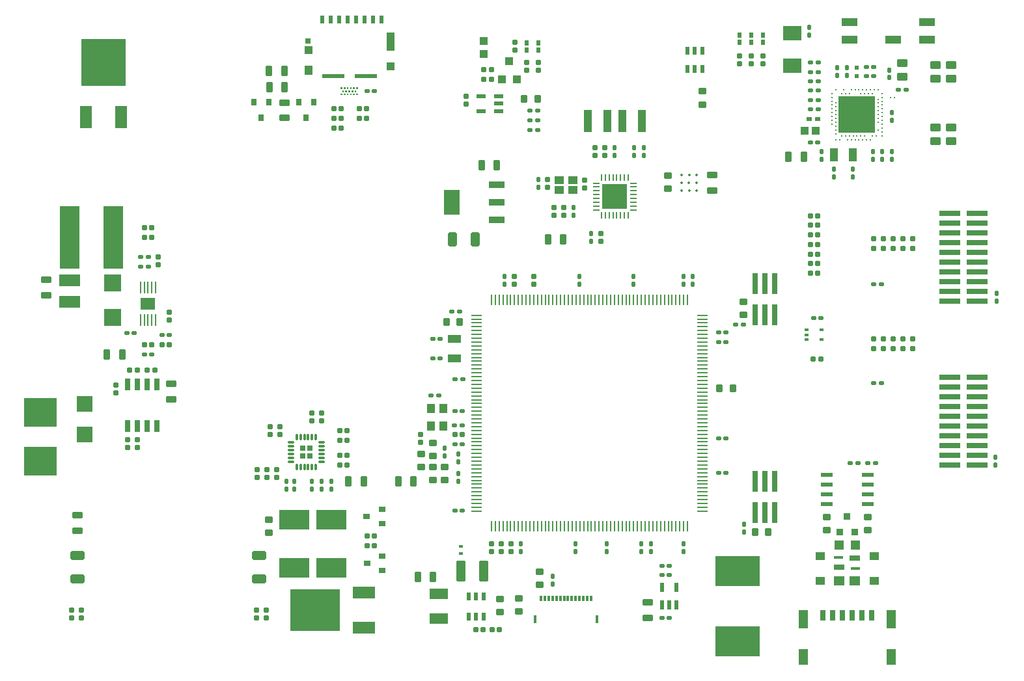
<source format=gtp>
G04*
G04 #@! TF.GenerationSoftware,Altium Limited,Altium Designer,19.1.8 (144)*
G04*
G04 Layer_Color=8421504*
%FSLAX25Y25*%
%MOIN*%
G70*
G01*
G75*
%ADD33R,0.02953X0.02953*%
%ADD34R,0.02953X0.02953*%
%ADD35R,0.04724X0.02362*%
%ADD36R,0.02362X0.04724*%
%ADD37C,0.01378*%
%ADD38R,0.03937X0.03937*%
%ADD39R,0.01100X0.05800*%
%ADD40R,0.05800X0.01100*%
%ADD41R,0.02900X0.11000*%
%ADD42R,0.03347X0.03347*%
%ADD43R,0.05020X0.05020*%
%ADD44R,0.05315X0.02756*%
%ADD45R,0.04724X0.01575*%
%ADD46R,0.05020X0.05118*%
%ADD47R,0.05256X0.04528*%
%ADD48R,0.05256X0.04921*%
%ADD49R,0.02362X0.01575*%
G04:AMPARAMS|DCode=50|XSize=11.81mil|YSize=33.47mil|CornerRadius=2.95mil|HoleSize=0mil|Usage=FLASHONLY|Rotation=90.000|XOffset=0mil|YOffset=0mil|HoleType=Round|Shape=RoundedRectangle|*
%AMROUNDEDRECTD50*
21,1,0.01181,0.02756,0,0,90.0*
21,1,0.00591,0.03347,0,0,90.0*
1,1,0.00591,0.01378,0.00295*
1,1,0.00591,0.01378,-0.00295*
1,1,0.00591,-0.01378,-0.00295*
1,1,0.00591,-0.01378,0.00295*
%
%ADD50ROUNDEDRECTD50*%
G04:AMPARAMS|DCode=51|XSize=11.81mil|YSize=33.47mil|CornerRadius=2.95mil|HoleSize=0mil|Usage=FLASHONLY|Rotation=180.000|XOffset=0mil|YOffset=0mil|HoleType=Round|Shape=RoundedRectangle|*
%AMROUNDEDRECTD51*
21,1,0.01181,0.02756,0,0,180.0*
21,1,0.00591,0.03347,0,0,180.0*
1,1,0.00591,-0.00295,0.01378*
1,1,0.00591,0.00295,0.01378*
1,1,0.00591,0.00295,-0.01378*
1,1,0.00591,-0.00295,-0.01378*
%
%ADD51ROUNDEDRECTD51*%
G04:AMPARAMS|DCode=52|XSize=19.68mil|YSize=23.62mil|CornerRadius=1.97mil|HoleSize=0mil|Usage=FLASHONLY|Rotation=270.000|XOffset=0mil|YOffset=0mil|HoleType=Round|Shape=RoundedRectangle|*
%AMROUNDEDRECTD52*
21,1,0.01968,0.01968,0,0,270.0*
21,1,0.01575,0.02362,0,0,270.0*
1,1,0.00394,-0.00984,-0.00787*
1,1,0.00394,-0.00984,0.00787*
1,1,0.00394,0.00984,0.00787*
1,1,0.00394,0.00984,-0.00787*
%
%ADD52ROUNDEDRECTD52*%
%ADD53R,0.01024X0.03386*%
%ADD54R,0.04409X0.11339*%
G04:AMPARAMS|DCode=55|XSize=51.18mil|YSize=31.5mil|CornerRadius=3.94mil|HoleSize=0mil|Usage=FLASHONLY|Rotation=90.000|XOffset=0mil|YOffset=0mil|HoleType=Round|Shape=RoundedRectangle|*
%AMROUNDEDRECTD55*
21,1,0.05118,0.02362,0,0,90.0*
21,1,0.04331,0.03150,0,0,90.0*
1,1,0.00787,0.01181,0.02165*
1,1,0.00787,0.01181,-0.02165*
1,1,0.00787,-0.01181,-0.02165*
1,1,0.00787,-0.01181,0.02165*
%
%ADD55ROUNDEDRECTD55*%
%ADD56C,0.00866*%
G04:AMPARAMS|DCode=57|XSize=70.87mil|YSize=45.28mil|CornerRadius=5.66mil|HoleSize=0mil|Usage=FLASHONLY|Rotation=180.000|XOffset=0mil|YOffset=0mil|HoleType=Round|Shape=RoundedRectangle|*
%AMROUNDEDRECTD57*
21,1,0.07087,0.03396,0,0,180.0*
21,1,0.05955,0.04528,0,0,180.0*
1,1,0.01132,-0.02977,0.01698*
1,1,0.01132,0.02977,0.01698*
1,1,0.01132,0.02977,-0.01698*
1,1,0.01132,-0.02977,-0.01698*
%
%ADD57ROUNDEDRECTD57*%
%ADD58R,0.16693X0.15000*%
%ADD59R,0.11457X0.02165*%
%ADD60R,0.01968X0.03937*%
%ADD61R,0.03071X0.02835*%
%ADD62R,0.04134X0.04724*%
%ADD63R,0.04134X0.04331*%
%ADD64R,0.04134X0.04134*%
%ADD65R,0.04134X0.09409*%
%ADD66R,0.07874X0.07874*%
%ADD67C,0.01181*%
%ADD68R,0.19095X0.19095*%
%ADD69R,0.03937X0.04331*%
G04:AMPARAMS|DCode=70|XSize=19.68mil|YSize=23.62mil|CornerRadius=1.97mil|HoleSize=0mil|Usage=FLASHONLY|Rotation=0.000|XOffset=0mil|YOffset=0mil|HoleType=Round|Shape=RoundedRectangle|*
%AMROUNDEDRECTD70*
21,1,0.01968,0.01968,0,0,0.0*
21,1,0.01575,0.02362,0,0,0.0*
1,1,0.00394,0.00787,-0.00984*
1,1,0.00394,-0.00787,-0.00984*
1,1,0.00394,-0.00787,0.00984*
1,1,0.00394,0.00787,0.00984*
%
%ADD70ROUNDEDRECTD70*%
%ADD71R,0.02362X0.04331*%
%ADD72R,0.22835X0.24410*%
%ADD73R,0.06299X0.11811*%
%ADD74R,0.03150X0.05512*%
%ADD75R,0.04724X0.08346*%
%ADD76R,0.04724X0.09449*%
%ADD77R,0.10236X0.32284*%
%ADD78R,0.11811X0.06299*%
%ADD79R,0.25591X0.21654*%
%ADD80R,0.03543X0.03150*%
%ADD81R,0.02362X0.01654*%
%ADD82R,0.09449X0.05512*%
%ADD83R,0.02362X0.04331*%
%ADD84R,0.03386X0.01024*%
%ADD85R,0.12992X0.12992*%
%ADD86R,0.08465X0.03740*%
%ADD87R,0.08465X0.12795*%
%ADD88R,0.07087X0.03937*%
%ADD89R,0.03937X0.07087*%
%ADD90R,0.04724X0.03937*%
%ADD91R,0.02165X0.02165*%
%ADD92R,0.15748X0.09843*%
%ADD93R,0.09449X0.07480*%
G04:AMPARAMS|DCode=94|XSize=51.18mil|YSize=31.5mil|CornerRadius=3.94mil|HoleSize=0mil|Usage=FLASHONLY|Rotation=180.000|XOffset=0mil|YOffset=0mil|HoleType=Round|Shape=RoundedRectangle|*
%AMROUNDEDRECTD94*
21,1,0.05118,0.02362,0,0,180.0*
21,1,0.04331,0.03150,0,0,180.0*
1,1,0.00787,-0.02165,0.01181*
1,1,0.00787,0.02165,0.01181*
1,1,0.00787,0.02165,-0.01181*
1,1,0.00787,-0.02165,-0.01181*
%
%ADD94ROUNDEDRECTD94*%
G04:AMPARAMS|DCode=95|XSize=55.12mil|YSize=39.37mil|CornerRadius=4.92mil|HoleSize=0mil|Usage=FLASHONLY|Rotation=180.000|XOffset=0mil|YOffset=0mil|HoleType=Round|Shape=RoundedRectangle|*
%AMROUNDEDRECTD95*
21,1,0.05512,0.02953,0,0,180.0*
21,1,0.04528,0.03937,0,0,180.0*
1,1,0.00984,-0.02264,0.01476*
1,1,0.00984,0.02264,0.01476*
1,1,0.00984,0.02264,-0.01476*
1,1,0.00984,-0.02264,-0.01476*
%
%ADD95ROUNDEDRECTD95*%
%ADD96R,0.04134X0.03937*%
%ADD97R,0.02953X0.02362*%
%ADD98R,0.10906X0.02559*%
%ADD99R,0.11000X0.02900*%
%ADD100R,0.22992X0.15512*%
%ADD101R,0.04331X0.05118*%
%ADD102R,0.03150X0.03543*%
G04:AMPARAMS|DCode=103|XSize=39.37mil|YSize=35.43mil|CornerRadius=4.43mil|HoleSize=0mil|Usage=FLASHONLY|Rotation=90.000|XOffset=0mil|YOffset=0mil|HoleType=Round|Shape=RoundedRectangle|*
%AMROUNDEDRECTD103*
21,1,0.03937,0.02657,0,0,90.0*
21,1,0.03051,0.03543,0,0,90.0*
1,1,0.00886,0.01329,0.01526*
1,1,0.00886,0.01329,-0.01526*
1,1,0.00886,-0.01329,-0.01526*
1,1,0.00886,-0.01329,0.01526*
%
%ADD103ROUNDEDRECTD103*%
G04:AMPARAMS|DCode=104|XSize=39.37mil|YSize=35.43mil|CornerRadius=4.43mil|HoleSize=0mil|Usage=FLASHONLY|Rotation=0.000|XOffset=0mil|YOffset=0mil|HoleType=Round|Shape=RoundedRectangle|*
%AMROUNDEDRECTD104*
21,1,0.03937,0.02657,0,0,0.0*
21,1,0.03051,0.03543,0,0,0.0*
1,1,0.00886,0.01526,-0.01329*
1,1,0.00886,-0.01526,-0.01329*
1,1,0.00886,-0.01526,0.01329*
1,1,0.00886,0.01526,0.01329*
%
%ADD104ROUNDEDRECTD104*%
%ADD105R,0.01968X0.02756*%
%ADD106R,0.00800X0.00800*%
G04:AMPARAMS|DCode=107|XSize=23.62mil|YSize=23.62mil|CornerRadius=2.36mil|HoleSize=0mil|Usage=FLASHONLY|Rotation=0.000|XOffset=0mil|YOffset=0mil|HoleType=Round|Shape=RoundedRectangle|*
%AMROUNDEDRECTD107*
21,1,0.02362,0.01890,0,0,0.0*
21,1,0.01890,0.02362,0,0,0.0*
1,1,0.00472,0.00945,-0.00945*
1,1,0.00472,-0.00945,-0.00945*
1,1,0.00472,-0.00945,0.00945*
1,1,0.00472,0.00945,0.00945*
%
%ADD107ROUNDEDRECTD107*%
%ADD108R,0.04921X0.03858*%
%ADD109R,0.09055X0.09055*%
%ADD110R,0.07874X0.03937*%
G04:AMPARAMS|DCode=111|XSize=70.87mil|YSize=45.28mil|CornerRadius=5.66mil|HoleSize=0mil|Usage=FLASHONLY|Rotation=270.000|XOffset=0mil|YOffset=0mil|HoleType=Round|Shape=RoundedRectangle|*
%AMROUNDEDRECTD111*
21,1,0.07087,0.03396,0,0,270.0*
21,1,0.05955,0.04528,0,0,270.0*
1,1,0.01132,-0.01698,-0.02977*
1,1,0.01132,-0.01698,0.02977*
1,1,0.01132,0.01698,0.02977*
1,1,0.01132,0.01698,-0.02977*
%
%ADD111ROUNDEDRECTD111*%
G04:AMPARAMS|DCode=112|XSize=23.62mil|YSize=23.62mil|CornerRadius=2.36mil|HoleSize=0mil|Usage=FLASHONLY|Rotation=90.000|XOffset=0mil|YOffset=0mil|HoleType=Round|Shape=RoundedRectangle|*
%AMROUNDEDRECTD112*
21,1,0.02362,0.01890,0,0,90.0*
21,1,0.01890,0.02362,0,0,90.0*
1,1,0.00472,0.00945,0.00945*
1,1,0.00472,0.00945,-0.00945*
1,1,0.00472,-0.00945,-0.00945*
1,1,0.00472,-0.00945,0.00945*
%
%ADD112ROUNDEDRECTD112*%
%ADD113C,0.03100*%
%ADD114R,0.01181X0.02756*%
%ADD115R,0.01181X0.03937*%
%ADD116R,0.06102X0.02362*%
G04:AMPARAMS|DCode=117|XSize=106.3mil|YSize=45.28mil|CornerRadius=5.66mil|HoleSize=0mil|Usage=FLASHONLY|Rotation=270.000|XOffset=0mil|YOffset=0mil|HoleType=Round|Shape=RoundedRectangle|*
%AMROUNDEDRECTD117*
21,1,0.10630,0.03396,0,0,270.0*
21,1,0.09498,0.04528,0,0,270.0*
1,1,0.01132,-0.01698,-0.04749*
1,1,0.01132,-0.01698,0.04749*
1,1,0.01132,0.01698,0.04749*
1,1,0.01132,0.01698,-0.04749*
%
%ADD117ROUNDEDRECTD117*%
%ADD118R,0.10630X0.06299*%
%ADD119R,0.07402X0.06181*%
%ADD120R,0.00984X0.06102*%
%ADD121R,0.02756X0.06102*%
G36*
X179370Y296142D02*
X178511D01*
Y297012D01*
X179370D01*
Y296142D01*
D02*
G37*
G36*
X177795D02*
X176932D01*
Y297011D01*
X177795D01*
Y296142D01*
D02*
G37*
G36*
X176221D02*
X175355D01*
Y297011D01*
X176221D01*
Y296142D01*
D02*
G37*
G36*
X174646D02*
X173777D01*
Y297011D01*
X174646D01*
Y296142D01*
D02*
G37*
G36*
X173071D02*
X172204D01*
Y297008D01*
X173071D01*
Y296142D01*
D02*
G37*
G36*
X171496D02*
X170629D01*
Y297008D01*
X171496D01*
Y296142D01*
D02*
G37*
G36*
X178583Y294567D02*
X177720D01*
Y295434D01*
X178583D01*
Y294567D01*
D02*
G37*
G36*
X177008D02*
X176143D01*
Y295434D01*
X177008D01*
Y294567D01*
D02*
G37*
G36*
X175433D02*
X174567D01*
Y295433D01*
X175433D01*
Y294567D01*
D02*
G37*
G36*
X173858D02*
X172992D01*
Y295433D01*
X173858D01*
Y294567D01*
D02*
G37*
G36*
X172283D02*
X171412D01*
Y295434D01*
X172283D01*
Y294567D01*
D02*
G37*
G36*
X179370Y292992D02*
X178509D01*
Y293857D01*
X179370D01*
Y292992D01*
D02*
G37*
G36*
X177795D02*
X176933D01*
Y293856D01*
X177795D01*
Y292992D01*
D02*
G37*
G36*
X176221D02*
X175355D01*
Y293857D01*
X176221D01*
Y292992D01*
D02*
G37*
G36*
X174646D02*
X173779D01*
Y293857D01*
X174646D01*
Y292992D01*
D02*
G37*
G36*
X173071D02*
X172201D01*
Y293857D01*
X173071D01*
Y292992D01*
D02*
G37*
G36*
X171496D02*
X170627D01*
Y293858D01*
X171496D01*
Y292992D01*
D02*
G37*
G36*
X316245Y241631D02*
X311630D01*
Y246236D01*
X316245D01*
Y241631D01*
D02*
G37*
G36*
X310369Y241631D02*
X305764D01*
Y246236D01*
X310369D01*
Y241631D01*
D02*
G37*
G36*
X310370Y235761D02*
X305764D01*
Y240370D01*
X310370D01*
Y235761D01*
D02*
G37*
G36*
X316244Y235756D02*
X311630D01*
Y240370D01*
X316244D01*
Y235756D01*
D02*
G37*
D33*
X154968Y108032D02*
D03*
X151032Y111968D02*
D03*
D34*
X154968Y111968D02*
D03*
X151032Y108032D02*
D03*
D35*
X251528Y284864D02*
D03*
X242472Y292344D02*
D03*
Y284864D02*
D03*
X251528Y292344D02*
D03*
Y288604D02*
D03*
D36*
X338804Y31672D02*
D03*
X342544D02*
D03*
X335064Y40728D02*
D03*
X342544D02*
D03*
X335064Y31672D02*
D03*
D37*
X345067Y244063D02*
D03*
X349004D02*
D03*
X352941D02*
D03*
X345067Y248000D02*
D03*
X349000D02*
D03*
X352941D02*
D03*
X345067Y251937D02*
D03*
X349004D02*
D03*
X352941D02*
D03*
D38*
X257000Y310456D02*
D03*
X253260Y301007D02*
D03*
X260740D02*
D03*
D39*
X247803Y187950D02*
D03*
X249772D02*
D03*
X251740D02*
D03*
X253709D02*
D03*
X255677D02*
D03*
X257646D02*
D03*
X259614D02*
D03*
X261583D02*
D03*
X263551D02*
D03*
X265520D02*
D03*
X267488D02*
D03*
X269457D02*
D03*
X271425D02*
D03*
X273394D02*
D03*
X275362D02*
D03*
X277331D02*
D03*
X279299D02*
D03*
X281268D02*
D03*
X283236D02*
D03*
X285205D02*
D03*
X287173D02*
D03*
X289142D02*
D03*
X291110D02*
D03*
X293079D02*
D03*
X295047D02*
D03*
X297016D02*
D03*
X298984D02*
D03*
X300953D02*
D03*
X302921D02*
D03*
X304890D02*
D03*
X306858D02*
D03*
X308827D02*
D03*
X310795D02*
D03*
X312764D02*
D03*
X314732D02*
D03*
X316701D02*
D03*
X318669D02*
D03*
X320638D02*
D03*
X322606D02*
D03*
X324575D02*
D03*
X326543D02*
D03*
X328512D02*
D03*
X330480D02*
D03*
X332449D02*
D03*
X334417D02*
D03*
X336386D02*
D03*
X338354D02*
D03*
X340323D02*
D03*
X342291D02*
D03*
X344260D02*
D03*
X346228D02*
D03*
X348197D02*
D03*
Y72050D02*
D03*
X346228D02*
D03*
X344260D02*
D03*
X342291D02*
D03*
X340323D02*
D03*
X338354D02*
D03*
X336386D02*
D03*
X334417D02*
D03*
X332449D02*
D03*
X330480D02*
D03*
X328512D02*
D03*
X326543D02*
D03*
X324575D02*
D03*
X322606D02*
D03*
X320638D02*
D03*
X318669D02*
D03*
X316701D02*
D03*
X314732D02*
D03*
X312764D02*
D03*
X310795D02*
D03*
X308827D02*
D03*
X306858D02*
D03*
X304890D02*
D03*
X302921D02*
D03*
X300953D02*
D03*
X298984D02*
D03*
X297016D02*
D03*
X295047D02*
D03*
X293079D02*
D03*
X291110D02*
D03*
X289142D02*
D03*
X287173D02*
D03*
X285205D02*
D03*
X283236D02*
D03*
X281268D02*
D03*
X279299D02*
D03*
X277331D02*
D03*
X275362D02*
D03*
X273394D02*
D03*
X271425D02*
D03*
X269457D02*
D03*
X267488D02*
D03*
X265520D02*
D03*
X263551D02*
D03*
X261583D02*
D03*
X259614D02*
D03*
X257646D02*
D03*
X255677D02*
D03*
X253709D02*
D03*
X251740D02*
D03*
X249772D02*
D03*
X247803D02*
D03*
D40*
X355950Y180197D02*
D03*
Y178228D02*
D03*
Y176260D02*
D03*
Y174291D02*
D03*
Y172323D02*
D03*
Y170354D02*
D03*
Y168386D02*
D03*
Y166417D02*
D03*
Y164449D02*
D03*
Y162480D02*
D03*
Y160512D02*
D03*
Y158543D02*
D03*
Y156575D02*
D03*
Y154606D02*
D03*
Y152638D02*
D03*
Y150669D02*
D03*
Y148701D02*
D03*
Y146732D02*
D03*
Y144764D02*
D03*
Y142795D02*
D03*
Y140827D02*
D03*
Y138858D02*
D03*
Y136890D02*
D03*
Y134921D02*
D03*
Y132953D02*
D03*
Y130984D02*
D03*
Y129016D02*
D03*
Y127047D02*
D03*
Y125079D02*
D03*
Y123110D02*
D03*
Y121142D02*
D03*
Y119173D02*
D03*
Y117205D02*
D03*
Y115236D02*
D03*
Y113268D02*
D03*
Y111299D02*
D03*
Y109331D02*
D03*
Y107362D02*
D03*
Y105394D02*
D03*
Y103425D02*
D03*
Y101457D02*
D03*
Y99488D02*
D03*
Y97520D02*
D03*
Y95551D02*
D03*
Y93583D02*
D03*
Y91614D02*
D03*
Y89646D02*
D03*
Y87677D02*
D03*
Y85709D02*
D03*
Y83740D02*
D03*
Y81772D02*
D03*
Y79803D02*
D03*
X240050D02*
D03*
Y81772D02*
D03*
Y83740D02*
D03*
Y85709D02*
D03*
Y87677D02*
D03*
Y89646D02*
D03*
Y91614D02*
D03*
Y93583D02*
D03*
Y95551D02*
D03*
Y97520D02*
D03*
Y99488D02*
D03*
Y101457D02*
D03*
Y103425D02*
D03*
Y105394D02*
D03*
Y107362D02*
D03*
Y109331D02*
D03*
Y111299D02*
D03*
Y113268D02*
D03*
Y115236D02*
D03*
Y117205D02*
D03*
Y119173D02*
D03*
Y121142D02*
D03*
Y123110D02*
D03*
Y125079D02*
D03*
Y127047D02*
D03*
Y129016D02*
D03*
Y130984D02*
D03*
Y132953D02*
D03*
Y134921D02*
D03*
Y136890D02*
D03*
Y138858D02*
D03*
Y140827D02*
D03*
Y142795D02*
D03*
Y144764D02*
D03*
Y146732D02*
D03*
Y148701D02*
D03*
Y150669D02*
D03*
Y152638D02*
D03*
Y154606D02*
D03*
Y156575D02*
D03*
Y158543D02*
D03*
Y160512D02*
D03*
Y162480D02*
D03*
Y164449D02*
D03*
Y166417D02*
D03*
Y168386D02*
D03*
Y170354D02*
D03*
Y172323D02*
D03*
Y174291D02*
D03*
Y176260D02*
D03*
Y178228D02*
D03*
Y180197D02*
D03*
D41*
X383000Y79100D02*
D03*
Y95100D02*
D03*
X388000Y79100D02*
D03*
Y95100D02*
D03*
X393000Y79100D02*
D03*
Y95100D02*
D03*
Y196500D02*
D03*
Y180500D02*
D03*
X388000Y196500D02*
D03*
Y180500D02*
D03*
X383000Y196500D02*
D03*
Y180500D02*
D03*
D42*
X426260Y69063D02*
D03*
X433740D02*
D03*
X430000Y76937D02*
D03*
D43*
X434114Y62448D02*
D03*
D44*
X433966Y55706D02*
D03*
X425895Y50982D02*
D03*
D45*
X434261Y50293D02*
D03*
X425600Y56100D02*
D03*
D46*
X425748Y62399D02*
D03*
D47*
X433996Y43994D02*
D03*
D48*
X425866Y44191D02*
D03*
D49*
X232200Y61572D02*
D03*
Y58028D02*
D03*
D50*
X145323Y112953D02*
D03*
Y110984D02*
D03*
Y105079D02*
D03*
Y107047D02*
D03*
Y109016D02*
D03*
Y114921D02*
D03*
X160677D02*
D03*
Y112953D02*
D03*
Y110984D02*
D03*
Y109016D02*
D03*
Y107047D02*
D03*
Y105079D02*
D03*
D51*
X148079Y117677D02*
D03*
X150047D02*
D03*
X152016D02*
D03*
X153984D02*
D03*
X155953D02*
D03*
X157921D02*
D03*
Y102323D02*
D03*
X155953D02*
D03*
X153984D02*
D03*
X152016D02*
D03*
X150047D02*
D03*
X148079D02*
D03*
D52*
X411131Y309800D02*
D03*
X415068D02*
D03*
X231447Y182100D02*
D03*
X227509D02*
D03*
X229031Y131000D02*
D03*
X232968D02*
D03*
Y80000D02*
D03*
X229031D02*
D03*
X233169Y147500D02*
D03*
X229232D02*
D03*
X70031Y160000D02*
D03*
X73968D02*
D03*
X367969Y99400D02*
D03*
X364032D02*
D03*
Y117200D02*
D03*
X367969D02*
D03*
X447469Y145400D02*
D03*
X443532D02*
D03*
X367969Y171300D02*
D03*
X364032D02*
D03*
X335032Y25000D02*
D03*
X338968D02*
D03*
Y47000D02*
D03*
X335032D02*
D03*
Y51800D02*
D03*
X338968D02*
D03*
X372763Y175300D02*
D03*
X376700D02*
D03*
X267632Y275000D02*
D03*
X271568D02*
D03*
Y280000D02*
D03*
X267632D02*
D03*
Y285000D02*
D03*
X271568D02*
D03*
X364063Y166400D02*
D03*
X368000D02*
D03*
X228931Y123600D02*
D03*
X232869D02*
D03*
X220868Y139100D02*
D03*
X216932D02*
D03*
X187969Y295000D02*
D03*
X184031D02*
D03*
X415068Y285700D02*
D03*
X411131D02*
D03*
Y304900D02*
D03*
X415068D02*
D03*
Y295300D02*
D03*
X411131D02*
D03*
X82968Y170000D02*
D03*
X79031D02*
D03*
X72069Y210000D02*
D03*
X68132D02*
D03*
Y205000D02*
D03*
X72069D02*
D03*
X64969Y171000D02*
D03*
X61032D02*
D03*
X440531Y104500D02*
D03*
X444468D02*
D03*
X431531D02*
D03*
X435468D02*
D03*
X416669Y178600D02*
D03*
X412732D02*
D03*
X460069Y295900D02*
D03*
X456132D02*
D03*
X415068Y300100D02*
D03*
X411131D02*
D03*
X415068Y290500D02*
D03*
X411131D02*
D03*
X411031Y268800D02*
D03*
X414968D02*
D03*
X443532Y196000D02*
D03*
X447469D02*
D03*
X439732Y307500D02*
D03*
X443669D02*
D03*
X439732Y302700D02*
D03*
X443669D02*
D03*
X221669Y168000D02*
D03*
X217731D02*
D03*
Y158000D02*
D03*
X221669D02*
D03*
X232968Y114000D02*
D03*
X229031D02*
D03*
D53*
X313953Y250587D02*
D03*
X315921D02*
D03*
X304110Y231413D02*
D03*
X306079D02*
D03*
X308047D02*
D03*
X310016D02*
D03*
X311984D02*
D03*
X313953D02*
D03*
X315921D02*
D03*
X317890D02*
D03*
Y250587D02*
D03*
X311984D02*
D03*
X310016D02*
D03*
X308047D02*
D03*
X306079D02*
D03*
X304110D02*
D03*
D54*
X307063Y279748D02*
D03*
X314937D02*
D03*
X297220D02*
D03*
X324780D02*
D03*
D55*
X217937Y46000D02*
D03*
X210063D02*
D03*
X51000Y160000D02*
D03*
X58874D02*
D03*
X250637Y257000D02*
D03*
X242763D02*
D03*
X200063Y95000D02*
D03*
X207937D02*
D03*
X284637Y218969D02*
D03*
X276763D02*
D03*
X182437Y95200D02*
D03*
X174563D02*
D03*
X141837Y305400D02*
D03*
X133963D02*
D03*
X134063Y297000D02*
D03*
X141937D02*
D03*
X399963Y261300D02*
D03*
X407837D02*
D03*
D56*
X175000Y295000D02*
D03*
X176575D02*
D03*
X178150D02*
D03*
X171850D02*
D03*
X173425D02*
D03*
X178937Y293425D02*
D03*
X177362D02*
D03*
X175787D02*
D03*
X174213D02*
D03*
X172638D02*
D03*
X171063D02*
D03*
X178937Y296575D02*
D03*
X177362D02*
D03*
X175787D02*
D03*
X174213D02*
D03*
X172638D02*
D03*
X171063D02*
D03*
D57*
X35893Y56906D02*
D03*
Y45094D02*
D03*
X129000Y56906D02*
D03*
Y45094D02*
D03*
D58*
X17000Y130559D02*
D03*
Y105441D02*
D03*
D59*
X166831Y302761D02*
D03*
X183465D02*
D03*
D60*
X161024Y331600D02*
D03*
X165355D02*
D03*
X169686D02*
D03*
X174016D02*
D03*
X178347D02*
D03*
X182678D02*
D03*
X187009D02*
D03*
X191339D02*
D03*
D61*
X153824Y320852D02*
D03*
D62*
X154024Y305698D02*
D03*
D63*
X196024Y307722D02*
D03*
D64*
X154024Y316049D02*
D03*
D65*
X196024Y320458D02*
D03*
D66*
X39400Y118952D02*
D03*
Y134700D02*
D03*
D67*
X422205Y291858D02*
D03*
Y278079D02*
D03*
Y280047D02*
D03*
Y282016D02*
D03*
Y283984D02*
D03*
Y285953D02*
D03*
Y287921D02*
D03*
Y289890D02*
D03*
Y293827D02*
D03*
X424173Y270205D02*
D03*
Y273158D02*
D03*
Y275126D02*
D03*
Y277095D02*
D03*
Y279063D02*
D03*
Y281031D02*
D03*
Y283000D02*
D03*
Y284968D02*
D03*
Y286937D02*
D03*
Y288906D02*
D03*
Y295795D02*
D03*
X427126Y293827D02*
D03*
X426142Y270205D02*
D03*
X427126Y272173D02*
D03*
X428110Y295795D02*
D03*
X429095Y272173D02*
D03*
Y293827D02*
D03*
X430079Y270205D02*
D03*
X431063Y272173D02*
D03*
Y293827D02*
D03*
X432047Y270205D02*
D03*
Y295795D02*
D03*
X433032Y272173D02*
D03*
X434016Y270205D02*
D03*
Y295795D02*
D03*
X435000Y272173D02*
D03*
X435984Y270205D02*
D03*
Y295795D02*
D03*
X436969Y272173D02*
D03*
Y293827D02*
D03*
X437953Y270205D02*
D03*
Y295795D02*
D03*
X438937Y272173D02*
D03*
Y293827D02*
D03*
X439921Y270205D02*
D03*
Y295795D02*
D03*
X440906Y293827D02*
D03*
X441890Y270205D02*
D03*
Y295795D02*
D03*
X442874Y272173D02*
D03*
Y293827D02*
D03*
X443858Y295795D02*
D03*
X444842Y272173D02*
D03*
X445827Y275126D02*
D03*
Y279063D02*
D03*
Y281031D02*
D03*
Y283000D02*
D03*
Y284968D02*
D03*
Y286937D02*
D03*
Y288906D02*
D03*
Y290874D02*
D03*
Y295795D02*
D03*
X447795Y272173D02*
D03*
Y274142D02*
D03*
Y276110D02*
D03*
Y278079D02*
D03*
Y280047D02*
D03*
Y282016D02*
D03*
Y283984D02*
D03*
Y285953D02*
D03*
Y287921D02*
D03*
Y289890D02*
D03*
Y291858D02*
D03*
Y293827D02*
D03*
D68*
X435000Y283000D02*
D03*
D69*
X244000Y313953D02*
D03*
Y320647D02*
D03*
D70*
X351000Y196007D02*
D03*
Y199943D02*
D03*
X329500Y59031D02*
D03*
Y62968D02*
D03*
X231000Y108968D02*
D03*
Y105032D02*
D03*
X320638Y199943D02*
D03*
Y196007D02*
D03*
X224000Y111969D02*
D03*
Y108031D02*
D03*
X231000Y98968D02*
D03*
Y95031D02*
D03*
X263000Y59031D02*
D03*
Y62968D02*
D03*
X291000D02*
D03*
Y59031D02*
D03*
X346200D02*
D03*
Y62968D02*
D03*
X306900D02*
D03*
Y59031D02*
D03*
X346228Y196007D02*
D03*
Y199943D02*
D03*
X506000Y107468D02*
D03*
Y103532D02*
D03*
X279111Y42531D02*
D03*
Y46468D02*
D03*
X271864Y245632D02*
D03*
Y249569D02*
D03*
X324500Y59031D02*
D03*
Y62968D02*
D03*
X321000Y262032D02*
D03*
Y265968D02*
D03*
X326000D02*
D03*
Y262032D02*
D03*
X299000Y221969D02*
D03*
Y218032D02*
D03*
X289900Y231432D02*
D03*
Y235368D02*
D03*
X311000Y262032D02*
D03*
Y265968D02*
D03*
X417000Y260032D02*
D03*
Y263968D02*
D03*
X429913Y303000D02*
D03*
Y306937D02*
D03*
X161000Y91031D02*
D03*
Y94968D02*
D03*
X423200Y254969D02*
D03*
Y251031D02*
D03*
X433000D02*
D03*
Y254969D02*
D03*
X443100Y260032D02*
D03*
Y263968D02*
D03*
X453000D02*
D03*
Y260032D02*
D03*
X448000Y263968D02*
D03*
Y260032D02*
D03*
X453000Y283968D02*
D03*
Y280031D02*
D03*
X410400Y323731D02*
D03*
Y327668D02*
D03*
X425000Y306968D02*
D03*
Y303031D02*
D03*
X506500Y191469D02*
D03*
Y187531D02*
D03*
X377100Y69100D02*
D03*
Y73037D02*
D03*
X451600Y305869D02*
D03*
Y301932D02*
D03*
X156000Y91031D02*
D03*
Y94968D02*
D03*
X147000D02*
D03*
Y91031D02*
D03*
X142700D02*
D03*
Y94968D02*
D03*
X166000D02*
D03*
Y91031D02*
D03*
X293000Y199943D02*
D03*
Y196007D02*
D03*
X254500D02*
D03*
Y199943D02*
D03*
D71*
X355740Y306276D02*
D03*
X352000D02*
D03*
X348260D02*
D03*
Y315724D02*
D03*
X352000D02*
D03*
X355740D02*
D03*
D72*
X49100Y309900D02*
D03*
D73*
X40104Y281632D02*
D03*
X58096D02*
D03*
D74*
X437500Y26327D02*
D03*
X422500D02*
D03*
X442500Y26327D02*
D03*
X417500D02*
D03*
X427500Y26327D02*
D03*
X432500D02*
D03*
D75*
X452382Y5224D02*
D03*
X407618D02*
D03*
D76*
X452382Y24358D02*
D03*
X407618D02*
D03*
D77*
X31976Y220000D02*
D03*
X54024D02*
D03*
D78*
X182598Y37996D02*
D03*
Y20004D02*
D03*
D79*
X157402Y29000D02*
D03*
D80*
X183963Y77000D02*
D03*
X191837Y73260D02*
D03*
Y80740D02*
D03*
X191937Y56740D02*
D03*
Y49260D02*
D03*
X184063Y53000D02*
D03*
D81*
X409220Y172718D02*
D03*
X416700Y167600D02*
D03*
Y172718D02*
D03*
X409220Y167600D02*
D03*
Y170159D02*
D03*
D82*
X221000Y37299D02*
D03*
Y24701D02*
D03*
D83*
X240000Y25882D02*
D03*
X243740D02*
D03*
X236260Y36118D02*
D03*
X243740D02*
D03*
X236260Y25882D02*
D03*
X240000Y36118D02*
D03*
D84*
X320587Y234110D02*
D03*
Y236079D02*
D03*
Y238047D02*
D03*
Y240016D02*
D03*
Y241984D02*
D03*
Y243953D02*
D03*
Y245921D02*
D03*
Y247890D02*
D03*
X301413D02*
D03*
Y245921D02*
D03*
Y243953D02*
D03*
Y241984D02*
D03*
Y240016D02*
D03*
Y238047D02*
D03*
Y236079D02*
D03*
Y234110D02*
D03*
D85*
X311000Y241000D02*
D03*
D86*
X250417Y228945D02*
D03*
Y247055D02*
D03*
Y238000D02*
D03*
D87*
X227583D02*
D03*
D88*
X229000Y158079D02*
D03*
Y167921D02*
D03*
D89*
X423079Y262500D02*
D03*
X432921D02*
D03*
D90*
X282653Y249559D02*
D03*
X289347D02*
D03*
Y244441D02*
D03*
X282653D02*
D03*
D91*
X434800Y302835D02*
D03*
Y307165D02*
D03*
D92*
X147000Y50598D02*
D03*
Y75402D02*
D03*
X166000D02*
D03*
Y50598D02*
D03*
D93*
X401700Y324865D02*
D03*
Y307935D02*
D03*
D94*
X35893Y77588D02*
D03*
Y69714D02*
D03*
X19700Y198237D02*
D03*
Y190363D02*
D03*
X361000Y251937D02*
D03*
Y244063D02*
D03*
X328000Y25063D02*
D03*
Y32937D02*
D03*
X84000Y137063D02*
D03*
Y144937D02*
D03*
X142000Y289137D02*
D03*
Y281263D02*
D03*
D95*
X475200Y276543D02*
D03*
Y269457D02*
D03*
Y308543D02*
D03*
Y301457D02*
D03*
X458200Y309443D02*
D03*
Y302357D02*
D03*
X483200Y269457D02*
D03*
Y276543D02*
D03*
Y301457D02*
D03*
Y308543D02*
D03*
D96*
X408047Y274700D02*
D03*
X413953D02*
D03*
D97*
X410400Y280700D02*
D03*
X414731D02*
D03*
D98*
X496449Y103500D02*
D03*
Y108500D02*
D03*
Y113500D02*
D03*
Y118500D02*
D03*
Y123500D02*
D03*
Y128500D02*
D03*
Y133500D02*
D03*
Y138500D02*
D03*
Y143500D02*
D03*
X482551Y103500D02*
D03*
Y108500D02*
D03*
Y113500D02*
D03*
Y118500D02*
D03*
Y123500D02*
D03*
Y128500D02*
D03*
Y133500D02*
D03*
Y138500D02*
D03*
Y143500D02*
D03*
Y227500D02*
D03*
Y222500D02*
D03*
Y217500D02*
D03*
Y212500D02*
D03*
Y207500D02*
D03*
Y202500D02*
D03*
Y197500D02*
D03*
Y192500D02*
D03*
Y187500D02*
D03*
X496449Y227500D02*
D03*
Y222500D02*
D03*
Y217500D02*
D03*
Y212500D02*
D03*
Y207500D02*
D03*
Y202500D02*
D03*
Y197500D02*
D03*
Y192500D02*
D03*
Y187500D02*
D03*
D99*
Y148500D02*
D03*
X482551D02*
D03*
Y232500D02*
D03*
X496449D02*
D03*
D100*
X373800Y12988D02*
D03*
Y49012D02*
D03*
D101*
X223150Y132528D02*
D03*
Y123472D02*
D03*
X216850D02*
D03*
Y132528D02*
D03*
D102*
X149260Y289237D02*
D03*
X156740D02*
D03*
X153000Y281363D02*
D03*
X130000Y281463D02*
D03*
X133740Y289337D02*
D03*
X126260D02*
D03*
D103*
X224753Y176600D02*
D03*
X231447D02*
D03*
X364653Y142700D02*
D03*
X371346D02*
D03*
X271346Y291000D02*
D03*
X264653D02*
D03*
X389647Y69100D02*
D03*
X382954D02*
D03*
D104*
X218000Y108153D02*
D03*
Y114847D02*
D03*
X224000Y95653D02*
D03*
Y102347D02*
D03*
X262000Y35000D02*
D03*
Y28307D02*
D03*
X252100Y28207D02*
D03*
Y34900D02*
D03*
X272600Y41954D02*
D03*
Y48646D02*
D03*
X338100Y245153D02*
D03*
Y251847D02*
D03*
X355700Y288213D02*
D03*
Y294906D02*
D03*
X376700Y187047D02*
D03*
Y180353D02*
D03*
X134000Y75346D02*
D03*
Y68654D02*
D03*
X440500Y70053D02*
D03*
Y76746D02*
D03*
X419500Y70053D02*
D03*
Y76746D02*
D03*
X211900Y109046D02*
D03*
Y102354D02*
D03*
X218000Y95653D02*
D03*
Y102347D02*
D03*
D105*
X272000Y319772D02*
D03*
Y316228D02*
D03*
X266000D02*
D03*
Y319772D02*
D03*
X387000Y320228D02*
D03*
Y323772D02*
D03*
X381000D02*
D03*
Y320228D02*
D03*
X375000D02*
D03*
Y323772D02*
D03*
D106*
X454032Y291858D02*
D03*
X452032D02*
D03*
D107*
X234900Y292369D02*
D03*
Y288432D02*
D03*
X387000Y309032D02*
D03*
Y312968D02*
D03*
X381000Y309032D02*
D03*
Y312968D02*
D03*
X375000Y309032D02*
D03*
Y312968D02*
D03*
X279883Y235347D02*
D03*
Y231410D02*
D03*
X284783D02*
D03*
Y235347D02*
D03*
X295500Y249468D02*
D03*
Y245532D02*
D03*
X276664Y249569D02*
D03*
Y245632D02*
D03*
X304000Y218032D02*
D03*
Y221969D02*
D03*
X301000Y262032D02*
D03*
Y265968D02*
D03*
X306000Y262032D02*
D03*
Y265968D02*
D03*
X260000Y316032D02*
D03*
Y319969D02*
D03*
X272000Y309668D02*
D03*
Y305732D02*
D03*
X266000D02*
D03*
Y309668D02*
D03*
X33000Y28969D02*
D03*
Y25032D02*
D03*
X38000Y28969D02*
D03*
Y25032D02*
D03*
X127472Y28969D02*
D03*
Y25032D02*
D03*
X132500Y28969D02*
D03*
Y25032D02*
D03*
X269500Y196031D02*
D03*
Y199969D02*
D03*
X259500D02*
D03*
Y196031D02*
D03*
X211400Y118968D02*
D03*
Y115032D02*
D03*
X138000Y100969D02*
D03*
Y97031D02*
D03*
X128000D02*
D03*
Y100969D02*
D03*
X133000Y97031D02*
D03*
Y100969D02*
D03*
X134500Y122968D02*
D03*
Y119032D02*
D03*
X139500Y122968D02*
D03*
Y119032D02*
D03*
X248000Y62968D02*
D03*
Y59031D02*
D03*
X258000Y62968D02*
D03*
Y59031D02*
D03*
X253000Y62968D02*
D03*
Y59031D02*
D03*
X161000Y129969D02*
D03*
Y126031D02*
D03*
X156000Y129969D02*
D03*
Y126031D02*
D03*
X77100Y206031D02*
D03*
Y209968D02*
D03*
X55500Y144468D02*
D03*
Y140532D02*
D03*
X66500Y116469D02*
D03*
Y112531D02*
D03*
X61500Y116469D02*
D03*
Y112531D02*
D03*
X83000Y177732D02*
D03*
Y181668D02*
D03*
D108*
X416200Y44161D02*
D03*
Y56839D02*
D03*
X443739Y56631D02*
D03*
Y43954D02*
D03*
D109*
X54000Y196858D02*
D03*
Y179142D02*
D03*
D110*
X431118Y330528D02*
D03*
Y321472D02*
D03*
X453559D02*
D03*
X470882D02*
D03*
Y330528D02*
D03*
D111*
X239605Y219000D02*
D03*
X227795D02*
D03*
D112*
X243831Y306000D02*
D03*
X247768D02*
D03*
Y301000D02*
D03*
X243831D02*
D03*
X183968Y286000D02*
D03*
X180032D02*
D03*
X183968Y281000D02*
D03*
X180032D02*
D03*
X167032Y276000D02*
D03*
X170968D02*
D03*
X167032Y281000D02*
D03*
X170968D02*
D03*
X167032Y286000D02*
D03*
X170968D02*
D03*
X232968Y119000D02*
D03*
X229031D02*
D03*
X75468Y152000D02*
D03*
X71531D02*
D03*
X173969Y108500D02*
D03*
X170031D02*
D03*
Y116000D02*
D03*
X173969D02*
D03*
Y103500D02*
D03*
X170031D02*
D03*
X173969Y121000D02*
D03*
X170031D02*
D03*
X184031Y67000D02*
D03*
X187969D02*
D03*
X414968Y201700D02*
D03*
X411031D02*
D03*
X414968Y221300D02*
D03*
X411031D02*
D03*
X414968Y206600D02*
D03*
X411031D02*
D03*
X414968Y216500D02*
D03*
X411031D02*
D03*
X414968Y226300D02*
D03*
X411031D02*
D03*
X414968Y231200D02*
D03*
X411031D02*
D03*
X414968Y211500D02*
D03*
X411031D02*
D03*
X416600Y157900D02*
D03*
X412663D02*
D03*
X187969Y62000D02*
D03*
X184031D02*
D03*
X248031Y19000D02*
D03*
X251969D02*
D03*
X243669D02*
D03*
X239732D02*
D03*
X70031Y165000D02*
D03*
X73968D02*
D03*
X70031Y220000D02*
D03*
X73968D02*
D03*
Y225000D02*
D03*
X70031D02*
D03*
X79031Y165000D02*
D03*
X82968D02*
D03*
X62532Y151976D02*
D03*
X66469D02*
D03*
D113*
X448500Y163000D02*
D03*
Y168000D02*
D03*
X453500Y163000D02*
D03*
Y168000D02*
D03*
X458500Y163000D02*
D03*
Y168000D02*
D03*
X463500D02*
D03*
Y163000D02*
D03*
X443500Y168000D02*
D03*
Y163000D02*
D03*
Y214500D02*
D03*
Y219500D02*
D03*
X463500Y214500D02*
D03*
Y219500D02*
D03*
X458500D02*
D03*
Y214500D02*
D03*
X453500Y219500D02*
D03*
Y214500D02*
D03*
X448500Y219500D02*
D03*
Y214500D02*
D03*
D114*
X292890Y34905D02*
D03*
X294859D02*
D03*
X288953D02*
D03*
X290922D02*
D03*
X279111D02*
D03*
X285016D02*
D03*
X277142D02*
D03*
X286985D02*
D03*
X283048D02*
D03*
X281079D02*
D03*
X275174D02*
D03*
X273205D02*
D03*
X296827D02*
D03*
X298796D02*
D03*
D115*
X270095Y24472D02*
D03*
X301906D02*
D03*
D116*
X440630Y83500D02*
D03*
Y88500D02*
D03*
Y93500D02*
D03*
Y98500D02*
D03*
X419370Y83500D02*
D03*
Y88500D02*
D03*
Y93500D02*
D03*
Y98500D02*
D03*
D117*
X243905Y49000D02*
D03*
X232095D02*
D03*
D118*
X31976Y198212D02*
D03*
Y187188D02*
D03*
D119*
X72000Y186000D02*
D03*
D120*
X75937Y194267D02*
D03*
X73968D02*
D03*
X72000D02*
D03*
X70031D02*
D03*
X68063D02*
D03*
X75937Y177732D02*
D03*
X73968D02*
D03*
X72000D02*
D03*
X70031D02*
D03*
X68063D02*
D03*
D121*
X61500Y123272D02*
D03*
X66500D02*
D03*
X71500D02*
D03*
X76500D02*
D03*
Y144728D02*
D03*
X71500D02*
D03*
X66500D02*
D03*
X61500D02*
D03*
M02*

</source>
